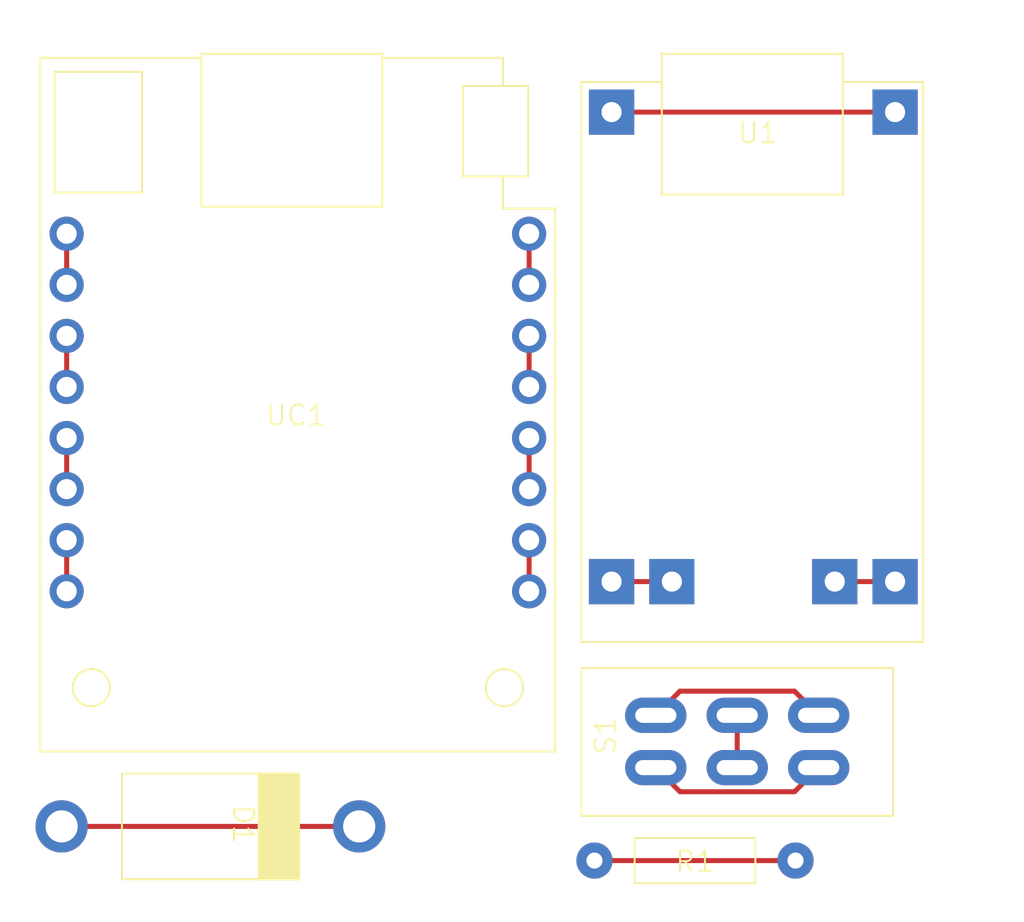
<source format=kicad_pcb>
(kicad_pcb (version 20221018) (generator pcbnew)
  (layers (0 "F.Cu" signal) (31 "B.Cu" signal) (34 "B.Paste" user) (35 "F.Paste" user) (36 "B.SilkS" user "B.Silkscreen") (37 "F.SilkS" user "F.Silkscreen") (38 "B.Mask" user) (39 "F.Mask" user) (44 "Edge.Cuts" user))
  (net 0 "")
  (net 1 "Net-(S1-I1)")
  (net 2 "Net-(S1-I2)")
  (net 3 "Net-(S1-O1)")
  (net 4 "Net-(UC1-GPIO1)")
  (net 5 "Net-(UC1-GPIO0)")
  (net 6 "Net-(UC1-GPIO4)")
  (net 7 "Net-(UC1-GPIO12)")
  (net 8 "Net-(UC1-GPIO14)")
  (net 9 "Net-(UC1-3V3)")
  (net 10 "Net-(UC1-ADC0)")
  (net 11 "Net-(UC1-GND)")
  (net 12 "Net-(D1-IN)")
  (net 13 "Net-(R1-Pad1)")
  (net 14 "Net-(U1-IN+)")
  (net 15 "Net-(U1-OUT+)")
  (net 16 "Net-(U1-B+)")
  (footprint "slimevr:switch_aliexpress" (layer "F.Cu") (at 105.04 68.71)
    (fp_text reference "S1" (at 1.195567 3.34945 90 unlocked) (layer "F.SilkS") (effects (font (thickness 0.1))))
    (fp_text value "~" hide)
    (fp_rect (start 0 0) (end 15.5 7.35) (stroke (width 0.1)) (fill none) (layer "F.SilkS"))
    (pad "1" thru_hole oval (at 3.7 2.35 90) (size 1.75 3.05) (drill oval 0.75 2.05) (layers "*.Cu" "*.Mask") (net 1 "Net-(S1-I1)"))
    (pad "2" thru_hole oval (at 3.7 4.95 90) (size 1.75 3.05) (drill oval 0.75 2.05) (layers "*.Cu" "*.Mask") (net 2 "Net-(S1-I2)"))
    (pad "3" thru_hole oval (at 7.75 2.35 90) (size 1.75 3.05) (drill oval 0.75 2.05) (layers "*.Cu" "*.Mask") (net 3 "Net-(S1-O1)"))
    (pad "4" thru_hole oval (at 7.75 4.95 90) (size 1.75 3.05) (drill oval 0.75 2.05) (layers "*.Cu" "*.Mask") (net 3 "Net-(S1-O1)"))
    (pad "5" thru_hole oval (at 11.8 2.35 90) (size 1.75 3.05) (drill oval 0.75 2.05) (layers "*.Cu" "*.Mask") (net 1 "Net-(S1-I1)"))
    (pad "6" thru_hole oval (at 11.8 4.95 90) (size 1.75 3.05) (drill oval 0.75 2.05) (layers "*.Cu" "*.Mask") (net 2 "Net-(S1-I2)"))
  )
  (footprint "slimevr:TP4056" (layer "F.Cu") (at 105.04 39.56)
    (fp_text reference "U1" (at 8.78 2.54 unlocked) (layer "F.SilkS") (effects (font (thickness 0.1))))
    (fp_text value "~" hide)
    (fp_line (start 0 0) (end 0 27.85) (stroke (width 0.1)) (layer "F.SilkS"))
    (fp_line (start 0 0) (end 4 0) (stroke (width 0.1)) (layer "F.SilkS"))
    (fp_line (start 17 0) (end 13 0) (stroke (width 0.1)) (layer "F.SilkS"))
    (fp_line (start 17 27.85) (end 0 27.85) (stroke (width 0.1)) (layer "F.SilkS"))
    (fp_line (start 17 27.85) (end 17 0) (stroke (width 0.1)) (layer "F.SilkS"))
    (fp_rect (start 13 -1.4) (end 4 5.6) (stroke (width 0.1)) (fill none) (layer "F.SilkS"))
    (pad "1" thru_hole rect (at 15.6 1.5 270) (size 2.25 2.25) (drill 1) (layers "*.Cu" "*.Mask") (net 14 "Net-(U1-IN+)"))
    (pad "2" thru_hole rect (at 1.5 1.5 270) (size 2.25 2.25) (drill 1) (layers "*.Cu" "*.Mask") (net 14 "Net-(U1-IN+)"))
    (pad "3" thru_hole rect (at 15.6 24.85 270) (size 2.25 2.25) (drill 1) (layers "*.Cu" "*.Mask") (net 15 "Net-(U1-OUT+)"))
    (pad "4" thru_hole rect (at 12.6 24.85 270) (size 2.25 2.25) (drill 1) (layers "*.Cu" "*.Mask") (net 15 "Net-(U1-OUT+)"))
    (pad "5" thru_hole rect (at 4.5 24.85 270) (size 2.25 2.25) (drill 1) (layers "*.Cu" "*.Mask") (net 16 "Net-(U1-B+)"))
    (pad "6" thru_hole rect (at 1.5 24.85 270) (size 2.25 2.25) (drill 1) (layers "*.Cu" "*.Mask") (net 16 "Net-(U1-B+)"))
  )
  (footprint "slimevr:wemos_d1_mini_v4" (layer "F.Cu") (at 78.14 38.36)
    (fp_text reference "UC1" (at 12.7 17.78 unlocked) (layer "F.SilkS") (effects (font (thickness 0.1))))
    (fp_text value "~" hide)
    (fp_line (start 0 0) (end 0 34.5) (stroke (width 0.1)) (layer "F.SilkS"))
    (fp_line (start 0 0) (end 8 0) (stroke (width 0.1)) (layer "F.SilkS"))
    (fp_line (start 0 34.5) (end 25.6 34.5) (stroke (width 0.1)) (layer "F.SilkS"))
    (fp_line (start 17 0) (end 23 0) (stroke (width 0.1)) (layer "F.SilkS"))
    (fp_line (start 23 0) (end 23 1.4) (stroke (width 0.1)) (layer "F.SilkS"))
    (fp_line (start 23 7.5) (end 23 5.9) (stroke (width 0.1)) (layer "F.SilkS"))
    (fp_line (start 23 7.5) (end 25.6 7.5) (stroke (width 0.1)) (layer "F.SilkS"))
    (fp_line (start 25.6 34.5) (end 25.6 7.5) (stroke (width 0.1)) (layer "F.SilkS"))
    (fp_rect (start 0.7 0.7) (end 5.05 6.7) (stroke (width 0.1)) (fill none) (layer "F.SilkS"))
    (fp_rect (start 8 -0.2) (end 17 7.4) (stroke (width 0.1)) (fill none) (layer "F.SilkS"))
    (fp_rect (start 21 1.4) (end 24.25 5.9) (stroke (width 0.1)) (fill none) (layer "F.SilkS"))
    (fp_circle (center 2.525 31.325) (end 3.45 31.325) (stroke (width 0.1)) (fill none) (layer "F.SilkS"))
    (fp_circle (center 23.075 31.325) (end 24 31.325) (stroke (width 0.1)) (fill none) (layer "F.SilkS"))
    (pad "0" thru_hole oval (at 24.3 18.91) (size 1.7 1.7) (drill 1) (layers "*.Cu" "*.Mask") (net 5 "Net-(UC1-GPIO0)"))
    (pad "1" thru_hole circle (at 24.3 8.75) (size 1.7 1.7) (drill 1) (layers "*.Cu" "*.Mask") (net 4 "Net-(UC1-GPIO1)"))
    (pad "2" thru_hole oval (at 24.3 21.45) (size 1.7 1.7) (drill 1) (layers "*.Cu" "*.Mask") (net 5 "Net-(UC1-GPIO0)"))
    (pad "3" thru_hole oval (at 24.3 11.29) (size 1.7 1.7) (drill 1) (layers "*.Cu" "*.Mask") (net 4 "Net-(UC1-GPIO1)"))
    (pad "4" thru_hole oval (at 24.3 16.37) (size 1.7 1.7) (drill 1) (layers "*.Cu" "*.Mask") (net 6 "Net-(UC1-GPIO4)"))
    (pad "5" thru_hole oval (at 24.3 13.83) (size 1.7 1.7) (drill 1) (layers "*.Cu" "*.Mask") (net 6 "Net-(UC1-GPIO4)"))
    (pad "12" thru_hole oval (at 1.3 18.91) (size 1.7 1.7) (drill 1) (layers "*.Cu" "*.Mask") (net 7 "Net-(UC1-GPIO12)"))
    (pad "13" thru_hole oval (at 1.3 21.45) (size 1.7 1.7) (drill 1) (layers "*.Cu" "*.Mask") (net 7 "Net-(UC1-GPIO12)"))
    (pad "14" thru_hole oval (at 1.3 16.37) (size 1.7 1.7) (drill 1) (layers "*.Cu" "*.Mask") (net 8 "Net-(UC1-GPIO14)"))
    (pad "15" thru_hole oval (at 1.3 23.99) (size 1.7 1.7) (drill 1) (layers "*.Cu" "*.Mask") (net 9 "Net-(UC1-3V3)"))
    (pad "16" thru_hole oval (at 1.3 13.83) (size 1.7 1.7) (drill 1) (layers "*.Cu" "*.Mask") (net 8 "Net-(UC1-GPIO14)"))
    (pad "24" thru_hole circle (at 1.3 8.75) (size 1.7 1.7) (drill 1) (layers "*.Cu" "*.Mask") (net 10 "Net-(UC1-ADC0)"))
    (pad "25" thru_hole oval (at 1.3 11.29) (size 1.7 1.7) (drill 1) (layers "*.Cu" "*.Mask") (net 10 "Net-(UC1-ADC0)"))
    (pad "26" thru_hole oval (at 1.3 26.53) (size 1.7 1.7) (drill 1) (layers "*.Cu" "*.Mask") (net 9 "Net-(UC1-3V3)"))
    (pad "27" thru_hole oval (at 24.3 23.99) (size 1.7 1.7) (drill 1) (layers "*.Cu" "*.Mask") (net 11 "Net-(UC1-GND)"))
    (pad "28" thru_hole oval (at 24.3 26.53) (size 1.7 1.7) (drill 1) (layers "*.Cu" "*.Mask") (net 11 "Net-(UC1-GND)"))
  )
  (footprint "slimevr:D_1N5822" (layer "F.Cu") (at 79.19 76.585)
    (fp_text reference "D1" (at 9.03295 -0.104662 -90 unlocked) (layer "F.SilkS") (effects (font (thickness 0.1))))
    (fp_text value "~" hide)
    (fp_rect (start 3 -2.625) (end 11.8 2.625) (stroke (width 0.1)) (fill none) (layer "F.SilkS"))
    (fp_rect (start 9.8 -2.6125) (end 11.8 2.6375) (stroke (width 0.1)) (fill solid) (layer "F.SilkS"))
    (pad "1" thru_hole circle (at 0 0) (size 2.6 2.6) (drill 1.6) (layers "*.Cu" "*.Mask") (net 12 "Net-(D1-IN)"))
    (pad "2" thru_hole circle (at 14.8 0) (size 2.6 2.6) (drill 1.6) (layers "*.Cu" "*.Mask") (net 12 "Net-(D1-IN)"))
  )
  (footprint "slimevr:R_100k" (layer "F.Cu") (at 105.69 78.285)
    (fp_text reference "R1" (at 4.995416 0.043861 unlocked) (layer "F.SilkS") (effects (font (thickness 0.1))))
    (fp_text value "~" hide)
    (fp_rect (start 2 -1.125) (end 8 1.125) (stroke (width 0.1)) (fill none) (layer "F.SilkS"))
    (pad "1" thru_hole circle (at 0 0) (size 1.8 1.8) (drill 0.8) (layers "*.Cu" "*.Mask") (net 13 "Net-(R1-Pad1)"))
    (pad "2" thru_hole circle (at 10 0) (size 1.8 1.8) (drill 0.8) (layers "*.Cu" "*.Mask") (net 13 "Net-(R1-Pad1)"))
  )
  (segment (start 116.84 71.06) (end 115.64 69.86) (width 0.25) (layer "F.Cu") (net 1))
  (segment (start 109.94 69.86) (end 108.74 71.06) (width 0.25) (layer "F.Cu") (net 1))
  (segment (start 115.64 69.86) (end 109.94 69.86) (width 0.25) (layer "F.Cu") (net 1))
  (segment (start 108.74 73.66) (end 109.94 74.86) (width 0.25) (layer "F.Cu") (net 2))
  (segment (start 109.94 74.86) (end 115.64 74.86) (width 0.25) (layer "F.Cu") (net 2))
  (segment (start 115.64 74.86) (end 116.84 73.66) (width 0.25) (layer "F.Cu") (net 2))
  (segment (start 112.79 71.06) (end 112.79 73.66) (width 0.25) (layer "F.Cu") (net 3))
  (segment (start 102.44 47.11) (end 102.44 49.65) (width 0.25) (layer "F.Cu") (net 4))
  (segment (start 102.44 57.27) (end 102.44 59.81) (width 0.25) (layer "F.Cu") (net 5))
  (segment (start 102.44 52.19) (end 102.44 54.73) (width 0.25) (layer "F.Cu") (net 6))
  (segment (start 79.44 59.81) (end 79.44 57.27) (width 0.25) (layer "F.Cu") (net 7))
  (segment (start 79.44 54.73) (end 79.44 52.19) (width 0.25) (layer "F.Cu") (net 8))
  (segment (start 79.44 64.89) (end 79.44 62.35) (width 0.25) (layer "F.Cu") (net 9))
  (segment (start 79.44 49.65) (end 79.44 47.11) (width 0.25) (layer "F.Cu") (net 10))
  (segment (start 102.44 62.35) (end 102.44 64.89) (width 0.25) (layer "F.Cu") (net 11))
  (segment (start 79.19 76.585) (end 93.99 76.585) (width 0.25) (layer "F.Cu") (net 12))
  (segment (start 105.69 78.285) (end 115.69 78.285) (width 0.25) (layer "F.Cu") (net 13))
  (segment (start 106.54 41.06) (end 120.64 41.06) (width 0.25) (layer "F.Cu") (net 14))
  (segment (start 120.64 64.41) (end 117.64 64.41) (width 0.25) (layer "F.Cu") (net 15))
  (segment (start 109.54 64.41) (end 106.54 64.41) (width 0.25) (layer "F.Cu") (net 16))
)
</source>
